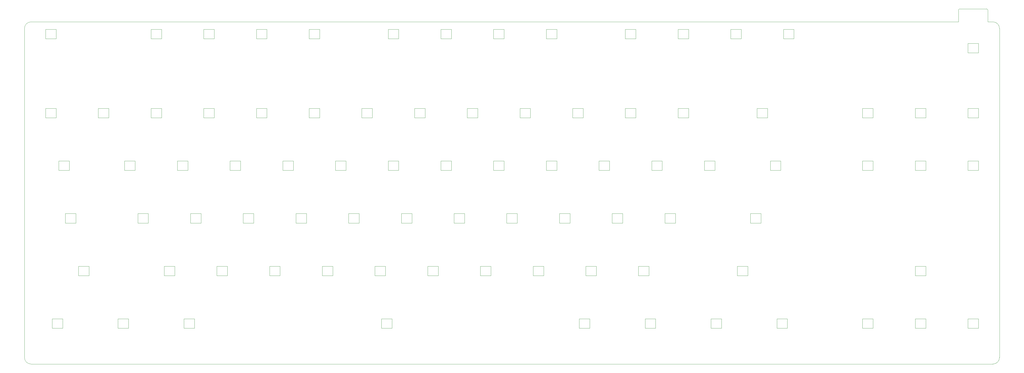
<source format=gm1>
G04 #@! TF.GenerationSoftware,KiCad,Pcbnew,5.1.10-88a1d61d58~90~ubuntu21.04.1*
G04 #@! TF.CreationDate,2021-09-24T17:47:48+02:00*
G04 #@! TF.ProjectId,Keyboard_80_with_USB_HUB_V3,4b657962-6f61-4726-945f-3830255f7769,rev?*
G04 #@! TF.SameCoordinates,Original*
G04 #@! TF.FileFunction,Profile,NP*
%FSLAX46Y46*%
G04 Gerber Fmt 4.6, Leading zero omitted, Abs format (unit mm)*
G04 Created by KiCad (PCBNEW 5.1.10-88a1d61d58~90~ubuntu21.04.1) date 2021-09-24 17:47:48*
%MOMM*%
%LPD*%
G01*
G04 APERTURE LIST*
G04 #@! TA.AperFunction,Profile*
%ADD10C,0.050000*%
G04 #@! TD*
G04 #@! TA.AperFunction,Profile*
%ADD11C,0.120000*%
G04 #@! TD*
G04 APERTURE END LIST*
D10*
X327200000Y9500000D02*
X275500000Y9500000D01*
X337300000Y14200000D02*
G75*
G02*
X337800000Y13700000I0J-500000D01*
G01*
X327200000Y13700000D02*
G75*
G02*
X327700000Y14200000I500000J0D01*
G01*
X327200000Y13700000D02*
X327200000Y9500000D01*
X327700000Y14200000D02*
X332500000Y14200000D01*
X337300000Y14200000D02*
X332500000Y14200000D01*
X337800000Y9500000D02*
X339625000Y9500000D01*
X337800000Y13700000D02*
X337800000Y9500000D01*
X275500000Y9500000D02*
X-4750000Y9500000D01*
X-9500000Y7125000D02*
G75*
G02*
X-7125000Y9500000I2375000J0D01*
G01*
X-7125000Y-114000000D02*
G75*
G02*
X-9500000Y-111625000I0J2375000D01*
G01*
X342000000Y-111625000D02*
G75*
G02*
X339625000Y-114000000I-2375000J0D01*
G01*
X339625000Y9500000D02*
G75*
G02*
X342000000Y7125000I0J-2375000D01*
G01*
X342000000Y4750000D02*
X342000000Y7125000D01*
X339625000Y-114000000D02*
X337250000Y-114000000D01*
X342000000Y-111625000D02*
X342000000Y-109250000D01*
X-9500000Y-109250000D02*
X-9500000Y-111625000D01*
X-4750000Y-114000000D02*
X-7125000Y-114000000D01*
X-4750000Y9500000D02*
X-7125000Y9500000D01*
X-9500000Y4750000D02*
X-9500000Y7125000D01*
X-9500000Y4750000D02*
X-9500000Y-109250000D01*
X342000000Y-109250000D02*
X342000000Y4750000D01*
X-4750000Y-114000000D02*
X337250000Y-114000000D01*
D11*
X330600000Y-21700000D02*
X334400000Y-21700000D01*
X334400000Y-25100000D02*
X330600000Y-25100000D01*
X330600000Y-21700000D02*
X330600000Y-25100000D01*
X334400000Y-21700000D02*
X334400000Y-25100000D01*
X-1900000Y-21700000D02*
X1900000Y-21700000D01*
X1900000Y-25100000D02*
X-1900000Y-25100000D01*
X-1900000Y-21700000D02*
X-1900000Y-25100000D01*
X1900000Y-21700000D02*
X1900000Y-25100000D01*
X17100000Y-21700000D02*
X20900000Y-21700000D01*
X20900000Y-25100000D02*
X17100000Y-25100000D01*
X17100000Y-21700000D02*
X17100000Y-25100000D01*
X20900000Y-21700000D02*
X20900000Y-25100000D01*
X36100000Y-21700000D02*
X39900000Y-21700000D01*
X39900000Y-25100000D02*
X36100000Y-25100000D01*
X36100000Y-21700000D02*
X36100000Y-25100000D01*
X39900000Y-21700000D02*
X39900000Y-25100000D01*
X55100000Y-21700000D02*
X58900000Y-21700000D01*
X58900000Y-25100000D02*
X55100000Y-25100000D01*
X55100000Y-21700000D02*
X55100000Y-25100000D01*
X58900000Y-21700000D02*
X58900000Y-25100000D01*
X74100000Y-21700000D02*
X77900000Y-21700000D01*
X77900000Y-25100000D02*
X74100000Y-25100000D01*
X74100000Y-21700000D02*
X74100000Y-25100000D01*
X77900000Y-21700000D02*
X77900000Y-25100000D01*
X93100000Y-21700000D02*
X96900000Y-21700000D01*
X96900000Y-25100000D02*
X93100000Y-25100000D01*
X93100000Y-21700000D02*
X93100000Y-25100000D01*
X96900000Y-21700000D02*
X96900000Y-25100000D01*
X112100000Y-21700000D02*
X115900000Y-21700000D01*
X115900000Y-25100000D02*
X112100000Y-25100000D01*
X112100000Y-21700000D02*
X112100000Y-25100000D01*
X115900000Y-21700000D02*
X115900000Y-25100000D01*
X131100000Y-21700000D02*
X134900000Y-21700000D01*
X134900000Y-25100000D02*
X131100000Y-25100000D01*
X131100000Y-21700000D02*
X131100000Y-25100000D01*
X134900000Y-21700000D02*
X134900000Y-25100000D01*
X150100000Y-21700000D02*
X153900000Y-21700000D01*
X153900000Y-25100000D02*
X150100000Y-25100000D01*
X150100000Y-21700000D02*
X150100000Y-25100000D01*
X153900000Y-21700000D02*
X153900000Y-25100000D01*
X169100000Y-21700000D02*
X172900000Y-21700000D01*
X172900000Y-25100000D02*
X169100000Y-25100000D01*
X169100000Y-21700000D02*
X169100000Y-25100000D01*
X172900000Y-21700000D02*
X172900000Y-25100000D01*
X188100000Y-21700000D02*
X191900000Y-21700000D01*
X191900000Y-25100000D02*
X188100000Y-25100000D01*
X188100000Y-21700000D02*
X188100000Y-25100000D01*
X191900000Y-21700000D02*
X191900000Y-25100000D01*
X207100000Y-21700000D02*
X210900000Y-21700000D01*
X210900000Y-25100000D02*
X207100000Y-25100000D01*
X207100000Y-21700000D02*
X207100000Y-25100000D01*
X210900000Y-21700000D02*
X210900000Y-25100000D01*
X226100000Y-21700000D02*
X229900000Y-21700000D01*
X229900000Y-25100000D02*
X226100000Y-25100000D01*
X226100000Y-21700000D02*
X226100000Y-25100000D01*
X229900000Y-21700000D02*
X229900000Y-25100000D01*
X254600000Y-21700000D02*
X258400000Y-21700000D01*
X258400000Y-25100000D02*
X254600000Y-25100000D01*
X254600000Y-21700000D02*
X254600000Y-25100000D01*
X258400000Y-21700000D02*
X258400000Y-25100000D01*
X292600000Y-21700000D02*
X296400000Y-21700000D01*
X296400000Y-25100000D02*
X292600000Y-25100000D01*
X292600000Y-21700000D02*
X292600000Y-25100000D01*
X296400000Y-21700000D02*
X296400000Y-25100000D01*
X311600000Y-21700000D02*
X315400000Y-21700000D01*
X315400000Y-25100000D02*
X311600000Y-25100000D01*
X311600000Y-21700000D02*
X311600000Y-25100000D01*
X315400000Y-21700000D02*
X315400000Y-25100000D01*
X5225000Y-59700000D02*
X9025000Y-59700000D01*
X9025000Y-63100000D02*
X5225000Y-63100000D01*
X5225000Y-59700000D02*
X5225000Y-63100000D01*
X9025000Y-59700000D02*
X9025000Y-63100000D01*
X31350000Y-59700000D02*
X35150000Y-59700000D01*
X35150000Y-63100000D02*
X31350000Y-63100000D01*
X31350000Y-59700000D02*
X31350000Y-63100000D01*
X35150000Y-59700000D02*
X35150000Y-63100000D01*
X50350000Y-59700000D02*
X54150000Y-59700000D01*
X54150000Y-63100000D02*
X50350000Y-63100000D01*
X50350000Y-59700000D02*
X50350000Y-63100000D01*
X54150000Y-59700000D02*
X54150000Y-63100000D01*
X69350000Y-59700000D02*
X73150000Y-59700000D01*
X73150000Y-63100000D02*
X69350000Y-63100000D01*
X69350000Y-59700000D02*
X69350000Y-63100000D01*
X73150000Y-59700000D02*
X73150000Y-63100000D01*
X88350000Y-59700000D02*
X92150000Y-59700000D01*
X92150000Y-63100000D02*
X88350000Y-63100000D01*
X88350000Y-59700000D02*
X88350000Y-63100000D01*
X92150000Y-59700000D02*
X92150000Y-63100000D01*
X107350000Y-59700000D02*
X111150000Y-59700000D01*
X111150000Y-63100000D02*
X107350000Y-63100000D01*
X107350000Y-59700000D02*
X107350000Y-63100000D01*
X111150000Y-59700000D02*
X111150000Y-63100000D01*
X126350000Y-59700000D02*
X130150000Y-59700000D01*
X130150000Y-63100000D02*
X126350000Y-63100000D01*
X126350000Y-59700000D02*
X126350000Y-63100000D01*
X130150000Y-59700000D02*
X130150000Y-63100000D01*
X145350000Y-59700000D02*
X149150000Y-59700000D01*
X149150000Y-63100000D02*
X145350000Y-63100000D01*
X145350000Y-59700000D02*
X145350000Y-63100000D01*
X149150000Y-59700000D02*
X149150000Y-63100000D01*
X164350000Y-59700000D02*
X168150000Y-59700000D01*
X168150000Y-63100000D02*
X164350000Y-63100000D01*
X164350000Y-59700000D02*
X164350000Y-63100000D01*
X168150000Y-59700000D02*
X168150000Y-63100000D01*
X183350000Y-59700000D02*
X187150000Y-59700000D01*
X187150000Y-63100000D02*
X183350000Y-63100000D01*
X183350000Y-59700000D02*
X183350000Y-63100000D01*
X187150000Y-59700000D02*
X187150000Y-63100000D01*
X202350000Y-59700000D02*
X206150000Y-59700000D01*
X206150000Y-63100000D02*
X202350000Y-63100000D01*
X202350000Y-59700000D02*
X202350000Y-63100000D01*
X206150000Y-59700000D02*
X206150000Y-63100000D01*
X221350000Y-59700000D02*
X225150000Y-59700000D01*
X225150000Y-63100000D02*
X221350000Y-63100000D01*
X221350000Y-59700000D02*
X221350000Y-63100000D01*
X225150000Y-59700000D02*
X225150000Y-63100000D01*
X252225000Y-59700000D02*
X256025000Y-59700000D01*
X256025000Y-63100000D02*
X252225000Y-63100000D01*
X252225000Y-59700000D02*
X252225000Y-63100000D01*
X256025000Y-59700000D02*
X256025000Y-63100000D01*
X475000Y-97700000D02*
X4275000Y-97700000D01*
X4275000Y-101100000D02*
X475000Y-101100000D01*
X475000Y-97700000D02*
X475000Y-101100000D01*
X4275000Y-97700000D02*
X4275000Y-101100000D01*
X24225000Y-97700000D02*
X28025000Y-97700000D01*
X28025000Y-101100000D02*
X24225000Y-101100000D01*
X24225000Y-97700000D02*
X24225000Y-101100000D01*
X28025000Y-97700000D02*
X28025000Y-101100000D01*
X47975000Y-97700000D02*
X51775000Y-97700000D01*
X51775000Y-101100000D02*
X47975000Y-101100000D01*
X47975000Y-97700000D02*
X47975000Y-101100000D01*
X51775000Y-97700000D02*
X51775000Y-101100000D01*
X119225000Y-97700000D02*
X123025000Y-97700000D01*
X123025000Y-101100000D02*
X119225000Y-101100000D01*
X119225000Y-97700000D02*
X119225000Y-101100000D01*
X123025000Y-97700000D02*
X123025000Y-101100000D01*
X190475000Y-97700000D02*
X194275000Y-97700000D01*
X194275000Y-101100000D02*
X190475000Y-101100000D01*
X190475000Y-97700000D02*
X190475000Y-101100000D01*
X194275000Y-97700000D02*
X194275000Y-101100000D01*
X214225000Y-97700000D02*
X218025000Y-97700000D01*
X218025000Y-101100000D02*
X214225000Y-101100000D01*
X214225000Y-97700000D02*
X214225000Y-101100000D01*
X218025000Y-97700000D02*
X218025000Y-101100000D01*
X237975000Y-97700000D02*
X241775000Y-97700000D01*
X241775000Y-101100000D02*
X237975000Y-101100000D01*
X237975000Y-97700000D02*
X237975000Y-101100000D01*
X241775000Y-97700000D02*
X241775000Y-101100000D01*
X261725000Y-97700000D02*
X265525000Y-97700000D01*
X265525000Y-101100000D02*
X261725000Y-101100000D01*
X261725000Y-97700000D02*
X261725000Y-101100000D01*
X265525000Y-97700000D02*
X265525000Y-101100000D01*
X292600000Y-97700000D02*
X296400000Y-97700000D01*
X296400000Y-101100000D02*
X292600000Y-101100000D01*
X292600000Y-97700000D02*
X292600000Y-101100000D01*
X296400000Y-97700000D02*
X296400000Y-101100000D01*
X311600000Y-97700000D02*
X315400000Y-97700000D01*
X315400000Y-101100000D02*
X311600000Y-101100000D01*
X311600000Y-97700000D02*
X311600000Y-101100000D01*
X315400000Y-97700000D02*
X315400000Y-101100000D01*
X330600000Y-97700000D02*
X334400000Y-97700000D01*
X334400000Y-101100000D02*
X330600000Y-101100000D01*
X330600000Y-97700000D02*
X330600000Y-101100000D01*
X334400000Y-97700000D02*
X334400000Y-101100000D01*
X334400000Y-1680000D02*
X330600000Y-1680000D01*
X330600000Y1720000D02*
X334400000Y1720000D01*
X334400000Y-1680000D02*
X334400000Y1720000D01*
X330600000Y-1680000D02*
X330600000Y1720000D01*
X267900000Y3400000D02*
X264100000Y3400000D01*
X264100000Y6800000D02*
X267900000Y6800000D01*
X267900000Y3400000D02*
X267900000Y6800000D01*
X264100000Y3400000D02*
X264100000Y6800000D01*
X248900000Y3400000D02*
X245100000Y3400000D01*
X245100000Y6800000D02*
X248900000Y6800000D01*
X248900000Y3400000D02*
X248900000Y6800000D01*
X245100000Y3400000D02*
X245100000Y6800000D01*
X229900000Y3400000D02*
X226100000Y3400000D01*
X226100000Y6800000D02*
X229900000Y6800000D01*
X229900000Y3400000D02*
X229900000Y6800000D01*
X226100000Y3400000D02*
X226100000Y6800000D01*
X210900000Y3400000D02*
X207100000Y3400000D01*
X207100000Y6800000D02*
X210900000Y6800000D01*
X210900000Y3400000D02*
X210900000Y6800000D01*
X207100000Y3400000D02*
X207100000Y6800000D01*
X182400000Y3400000D02*
X178600000Y3400000D01*
X178600000Y6800000D02*
X182400000Y6800000D01*
X182400000Y3400000D02*
X182400000Y6800000D01*
X178600000Y3400000D02*
X178600000Y6800000D01*
X163400000Y3400000D02*
X159600000Y3400000D01*
X159600000Y6800000D02*
X163400000Y6800000D01*
X163400000Y3400000D02*
X163400000Y6800000D01*
X159600000Y3400000D02*
X159600000Y6800000D01*
X144400000Y3400000D02*
X140600000Y3400000D01*
X140600000Y6800000D02*
X144400000Y6800000D01*
X144400000Y3400000D02*
X144400000Y6800000D01*
X140600000Y3400000D02*
X140600000Y6800000D01*
X125400000Y3400000D02*
X121600000Y3400000D01*
X121600000Y6800000D02*
X125400000Y6800000D01*
X125400000Y3400000D02*
X125400000Y6800000D01*
X121600000Y3400000D02*
X121600000Y6800000D01*
X96900000Y3400000D02*
X93100000Y3400000D01*
X93100000Y6800000D02*
X96900000Y6800000D01*
X96900000Y3400000D02*
X96900000Y6800000D01*
X93100000Y3400000D02*
X93100000Y6800000D01*
X77900000Y3400000D02*
X74100000Y3400000D01*
X74100000Y6800000D02*
X77900000Y6800000D01*
X77900000Y3400000D02*
X77900000Y6800000D01*
X74100000Y3400000D02*
X74100000Y6800000D01*
X58900000Y3400000D02*
X55100000Y3400000D01*
X55100000Y6800000D02*
X58900000Y6800000D01*
X58900000Y3400000D02*
X58900000Y6800000D01*
X55100000Y3400000D02*
X55100000Y6800000D01*
X39900000Y3400000D02*
X36100000Y3400000D01*
X36100000Y6800000D02*
X39900000Y6800000D01*
X39900000Y3400000D02*
X39900000Y6800000D01*
X36100000Y3400000D02*
X36100000Y6800000D01*
X1900000Y3400000D02*
X-1900000Y3400000D01*
X-1900000Y6800000D02*
X1900000Y6800000D01*
X1900000Y3400000D02*
X1900000Y6800000D01*
X-1900000Y3400000D02*
X-1900000Y6800000D01*
X334400000Y-44100000D02*
X330600000Y-44100000D01*
X330600000Y-40700000D02*
X334400000Y-40700000D01*
X334400000Y-44100000D02*
X334400000Y-40700000D01*
X330600000Y-44100000D02*
X330600000Y-40700000D01*
X315400000Y-44100000D02*
X311600000Y-44100000D01*
X311600000Y-40700000D02*
X315400000Y-40700000D01*
X315400000Y-44100000D02*
X315400000Y-40700000D01*
X311600000Y-44100000D02*
X311600000Y-40700000D01*
X296400000Y-44100000D02*
X292600000Y-44100000D01*
X292600000Y-40700000D02*
X296400000Y-40700000D01*
X296400000Y-44100000D02*
X296400000Y-40700000D01*
X292600000Y-44100000D02*
X292600000Y-40700000D01*
X263150000Y-44100000D02*
X259350000Y-44100000D01*
X259350000Y-40700000D02*
X263150000Y-40700000D01*
X263150000Y-44100000D02*
X263150000Y-40700000D01*
X259350000Y-44100000D02*
X259350000Y-40700000D01*
X239400000Y-44100000D02*
X235600000Y-44100000D01*
X235600000Y-40700000D02*
X239400000Y-40700000D01*
X239400000Y-44100000D02*
X239400000Y-40700000D01*
X235600000Y-44100000D02*
X235600000Y-40700000D01*
X220400000Y-44100000D02*
X216600000Y-44100000D01*
X216600000Y-40700000D02*
X220400000Y-40700000D01*
X220400000Y-44100000D02*
X220400000Y-40700000D01*
X216600000Y-44100000D02*
X216600000Y-40700000D01*
X201400000Y-44100000D02*
X197600000Y-44100000D01*
X197600000Y-40700000D02*
X201400000Y-40700000D01*
X201400000Y-44100000D02*
X201400000Y-40700000D01*
X197600000Y-44100000D02*
X197600000Y-40700000D01*
X182400000Y-44100000D02*
X178600000Y-44100000D01*
X178600000Y-40700000D02*
X182400000Y-40700000D01*
X182400000Y-44100000D02*
X182400000Y-40700000D01*
X178600000Y-44100000D02*
X178600000Y-40700000D01*
X163400000Y-44100000D02*
X159600000Y-44100000D01*
X159600000Y-40700000D02*
X163400000Y-40700000D01*
X163400000Y-44100000D02*
X163400000Y-40700000D01*
X159600000Y-44100000D02*
X159600000Y-40700000D01*
X144400000Y-44100000D02*
X140600000Y-44100000D01*
X140600000Y-40700000D02*
X144400000Y-40700000D01*
X144400000Y-44100000D02*
X144400000Y-40700000D01*
X140600000Y-44100000D02*
X140600000Y-40700000D01*
X125400000Y-44100000D02*
X121600000Y-44100000D01*
X121600000Y-40700000D02*
X125400000Y-40700000D01*
X125400000Y-44100000D02*
X125400000Y-40700000D01*
X121600000Y-44100000D02*
X121600000Y-40700000D01*
X106400000Y-44100000D02*
X102600000Y-44100000D01*
X102600000Y-40700000D02*
X106400000Y-40700000D01*
X106400000Y-44100000D02*
X106400000Y-40700000D01*
X102600000Y-44100000D02*
X102600000Y-40700000D01*
X87400000Y-44100000D02*
X83600000Y-44100000D01*
X83600000Y-40700000D02*
X87400000Y-40700000D01*
X87400000Y-44100000D02*
X87400000Y-40700000D01*
X83600000Y-44100000D02*
X83600000Y-40700000D01*
X68400000Y-44100000D02*
X64600000Y-44100000D01*
X64600000Y-40700000D02*
X68400000Y-40700000D01*
X68400000Y-44100000D02*
X68400000Y-40700000D01*
X64600000Y-44100000D02*
X64600000Y-40700000D01*
X49400000Y-44100000D02*
X45600000Y-44100000D01*
X45600000Y-40700000D02*
X49400000Y-40700000D01*
X49400000Y-44100000D02*
X49400000Y-40700000D01*
X45600000Y-44100000D02*
X45600000Y-40700000D01*
X30400000Y-44100000D02*
X26600000Y-44100000D01*
X26600000Y-40700000D02*
X30400000Y-40700000D01*
X30400000Y-44100000D02*
X30400000Y-40700000D01*
X26600000Y-44100000D02*
X26600000Y-40700000D01*
X6650000Y-44100000D02*
X2850000Y-44100000D01*
X2850000Y-40700000D02*
X6650000Y-40700000D01*
X6650000Y-44100000D02*
X6650000Y-40700000D01*
X2850000Y-44100000D02*
X2850000Y-40700000D01*
X315400000Y-82100000D02*
X311600000Y-82100000D01*
X311600000Y-78700000D02*
X315400000Y-78700000D01*
X315400000Y-82100000D02*
X315400000Y-78700000D01*
X311600000Y-82100000D02*
X311600000Y-78700000D01*
X251275000Y-82100000D02*
X247475000Y-82100000D01*
X247475000Y-78700000D02*
X251275000Y-78700000D01*
X251275000Y-82100000D02*
X251275000Y-78700000D01*
X247475000Y-82100000D02*
X247475000Y-78700000D01*
X215650000Y-82100000D02*
X211850000Y-82100000D01*
X211850000Y-78700000D02*
X215650000Y-78700000D01*
X215650000Y-82100000D02*
X215650000Y-78700000D01*
X211850000Y-82100000D02*
X211850000Y-78700000D01*
X196650000Y-82100000D02*
X192850000Y-82100000D01*
X192850000Y-78700000D02*
X196650000Y-78700000D01*
X196650000Y-82100000D02*
X196650000Y-78700000D01*
X192850000Y-82100000D02*
X192850000Y-78700000D01*
X177650000Y-82100000D02*
X173850000Y-82100000D01*
X173850000Y-78700000D02*
X177650000Y-78700000D01*
X177650000Y-82100000D02*
X177650000Y-78700000D01*
X173850000Y-82100000D02*
X173850000Y-78700000D01*
X158650000Y-82100000D02*
X154850000Y-82100000D01*
X154850000Y-78700000D02*
X158650000Y-78700000D01*
X158650000Y-82100000D02*
X158650000Y-78700000D01*
X154850000Y-82100000D02*
X154850000Y-78700000D01*
X139650000Y-82100000D02*
X135850000Y-82100000D01*
X135850000Y-78700000D02*
X139650000Y-78700000D01*
X139650000Y-82100000D02*
X139650000Y-78700000D01*
X135850000Y-82100000D02*
X135850000Y-78700000D01*
X120650000Y-82100000D02*
X116850000Y-82100000D01*
X116850000Y-78700000D02*
X120650000Y-78700000D01*
X120650000Y-82100000D02*
X120650000Y-78700000D01*
X116850000Y-82100000D02*
X116850000Y-78700000D01*
X101650000Y-82100000D02*
X97850000Y-82100000D01*
X97850000Y-78700000D02*
X101650000Y-78700000D01*
X101650000Y-82100000D02*
X101650000Y-78700000D01*
X97850000Y-82100000D02*
X97850000Y-78700000D01*
X82650000Y-82100000D02*
X78850000Y-82100000D01*
X78850000Y-78700000D02*
X82650000Y-78700000D01*
X82650000Y-82100000D02*
X82650000Y-78700000D01*
X78850000Y-82100000D02*
X78850000Y-78700000D01*
X63650000Y-82100000D02*
X59850000Y-82100000D01*
X59850000Y-78700000D02*
X63650000Y-78700000D01*
X63650000Y-82100000D02*
X63650000Y-78700000D01*
X59850000Y-82100000D02*
X59850000Y-78700000D01*
X44650000Y-82100000D02*
X40850000Y-82100000D01*
X40850000Y-78700000D02*
X44650000Y-78700000D01*
X44650000Y-82100000D02*
X44650000Y-78700000D01*
X40850000Y-82100000D02*
X40850000Y-78700000D01*
X13775000Y-82100000D02*
X9975000Y-82100000D01*
X9975000Y-78700000D02*
X13775000Y-78700000D01*
X13775000Y-82100000D02*
X13775000Y-78700000D01*
X9975000Y-82100000D02*
X9975000Y-78700000D01*
M02*

</source>
